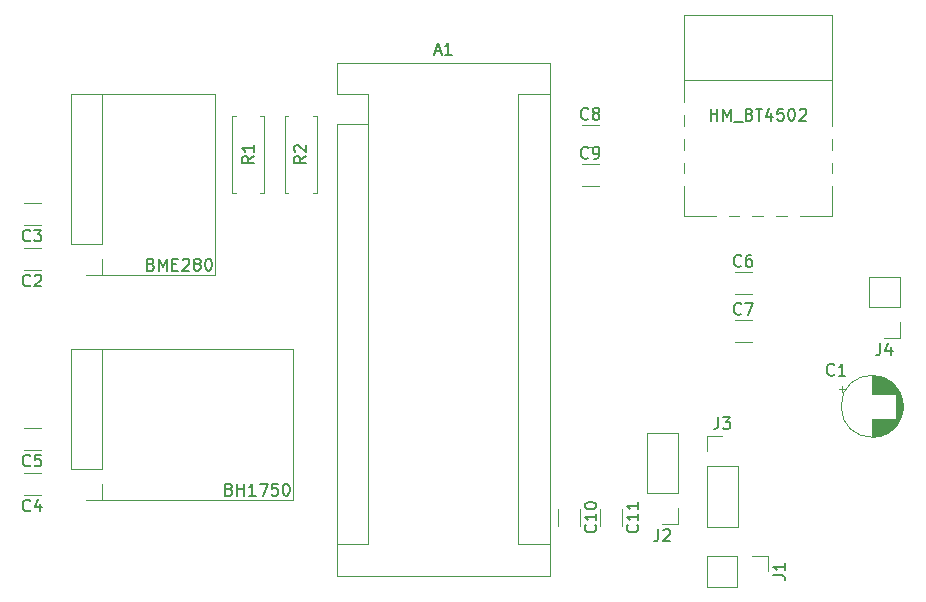
<source format=gto>
G04 #@! TF.GenerationSoftware,KiCad,Pcbnew,(5.1.10)-1*
G04 #@! TF.CreationDate,2021-11-19T16:29:16+01:00*
G04 #@! TF.ProjectId,WeatherStation,57656174-6865-4725-9374-6174696f6e2e,rev?*
G04 #@! TF.SameCoordinates,Original*
G04 #@! TF.FileFunction,Legend,Top*
G04 #@! TF.FilePolarity,Positive*
%FSLAX46Y46*%
G04 Gerber Fmt 4.6, Leading zero omitted, Abs format (unit mm)*
G04 Created by KiCad (PCBNEW (5.1.10)-1) date 2021-11-19 16:29:16*
%MOMM*%
%LPD*%
G01*
G04 APERTURE LIST*
%ADD10C,0.120000*%
%ADD11C,0.150000*%
%ADD12C,3.200000*%
%ADD13O,1.700000X1.700000*%
%ADD14R,1.700000X1.700000*%
%ADD15R,2.000000X1.000000*%
%ADD16R,1.000000X2.000000*%
%ADD17O,1.600000X1.600000*%
%ADD18C,1.600000*%
%ADD19R,1.600000X1.600000*%
G04 APERTURE END LIST*
D10*
X48574000Y-55820000D02*
X58144000Y-55820000D01*
X58144000Y-71180000D02*
X58144000Y-55825000D01*
X48574000Y-71180000D02*
X58144000Y-71180000D01*
X48574000Y-77410000D02*
X64794000Y-77410000D01*
X64794000Y-90200000D02*
X64794000Y-77410000D01*
X64794000Y-90230000D02*
X64794000Y-90200000D01*
X48574000Y-90230000D02*
X64794000Y-90230000D01*
X92604000Y-90982748D02*
X92604000Y-92405252D01*
X90784000Y-90982748D02*
X90784000Y-92405252D01*
X89204748Y-61828000D02*
X90627252Y-61828000D01*
X89204748Y-63648000D02*
X90627252Y-63648000D01*
X89048000Y-90982748D02*
X89048000Y-92405252D01*
X87228000Y-90982748D02*
X87228000Y-92405252D01*
X89204748Y-58526000D02*
X90627252Y-58526000D01*
X89204748Y-60346000D02*
X90627252Y-60346000D01*
X102158748Y-75036000D02*
X103581252Y-75036000D01*
X102158748Y-76856000D02*
X103581252Y-76856000D01*
X102158748Y-70972000D02*
X103581252Y-70972000D01*
X102158748Y-72792000D02*
X103581252Y-72792000D01*
X43383252Y-86000000D02*
X41960748Y-86000000D01*
X43383252Y-84180000D02*
X41960748Y-84180000D01*
X43383252Y-89810000D02*
X41960748Y-89810000D01*
X43383252Y-87990000D02*
X41960748Y-87990000D01*
X43383252Y-66950000D02*
X41960748Y-66950000D01*
X43383252Y-65130000D02*
X41960748Y-65130000D01*
X43383252Y-70760000D02*
X41960748Y-70760000D01*
X43383252Y-68940000D02*
X41960748Y-68940000D01*
X116138000Y-76514000D02*
X114808000Y-76514000D01*
X116138000Y-75184000D02*
X116138000Y-76514000D01*
X116138000Y-73914000D02*
X113478000Y-73914000D01*
X113478000Y-73914000D02*
X113478000Y-71314000D01*
X116138000Y-73914000D02*
X116138000Y-71314000D01*
X116138000Y-71314000D02*
X113478000Y-71314000D01*
X97342000Y-92262000D02*
X96012000Y-92262000D01*
X97342000Y-90932000D02*
X97342000Y-92262000D01*
X97342000Y-89662000D02*
X94682000Y-89662000D01*
X94682000Y-89662000D02*
X94682000Y-84522000D01*
X97342000Y-89662000D02*
X97342000Y-84522000D01*
X97342000Y-84522000D02*
X94682000Y-84522000D01*
X104962000Y-94936000D02*
X104962000Y-96266000D01*
X103632000Y-94936000D02*
X104962000Y-94936000D01*
X102362000Y-94936000D02*
X102362000Y-97596000D01*
X102362000Y-97596000D02*
X99762000Y-97596000D01*
X102362000Y-94936000D02*
X99762000Y-94936000D01*
X99762000Y-94936000D02*
X99762000Y-97596000D01*
X104140000Y-66158000D02*
X110390000Y-66158000D01*
X97890000Y-49158000D02*
X97890000Y-66158000D01*
X97890000Y-54658000D02*
X110390000Y-54658000D01*
X97890000Y-66158000D02*
X110390000Y-66158000D01*
X97890000Y-49158000D02*
X110390000Y-49158000D01*
X110390000Y-49158000D02*
X110390000Y-66158000D01*
X66445000Y-57690000D02*
X66775000Y-57690000D01*
X66775000Y-57690000D02*
X66775000Y-64230000D01*
X66775000Y-64230000D02*
X66445000Y-64230000D01*
X64365000Y-57690000D02*
X64035000Y-57690000D01*
X64035000Y-57690000D02*
X64035000Y-64230000D01*
X64035000Y-64230000D02*
X64365000Y-64230000D01*
X62000000Y-57690000D02*
X62330000Y-57690000D01*
X62330000Y-57690000D02*
X62330000Y-64230000D01*
X62330000Y-64230000D02*
X62000000Y-64230000D01*
X59920000Y-57690000D02*
X59590000Y-57690000D01*
X59590000Y-57690000D02*
X59590000Y-64230000D01*
X59590000Y-64230000D02*
X59920000Y-64230000D01*
X48574000Y-71180000D02*
X47244000Y-71180000D01*
X48574000Y-69850000D02*
X48574000Y-71180000D01*
X48574000Y-68580000D02*
X45914000Y-68580000D01*
X45914000Y-68580000D02*
X45914000Y-55820000D01*
X48574000Y-68580000D02*
X48574000Y-55820000D01*
X48574000Y-55820000D02*
X45914000Y-55820000D01*
X48574000Y-90230000D02*
X47244000Y-90230000D01*
X48574000Y-88900000D02*
X48574000Y-90230000D01*
X48574000Y-87630000D02*
X45914000Y-87630000D01*
X45914000Y-87630000D02*
X45914000Y-77410000D01*
X48574000Y-87630000D02*
X48574000Y-77410000D01*
X48574000Y-77410000D02*
X45914000Y-77410000D01*
X86490000Y-53210000D02*
X68450000Y-53210000D01*
X86490000Y-96650000D02*
X86490000Y-53210000D01*
X68450000Y-96650000D02*
X86490000Y-96650000D01*
X71120000Y-93980000D02*
X68450000Y-93980000D01*
X71120000Y-58420000D02*
X71120000Y-93980000D01*
X71120000Y-58420000D02*
X68450000Y-58420000D01*
X83820000Y-93980000D02*
X86490000Y-93980000D01*
X83820000Y-55880000D02*
X83820000Y-93980000D01*
X83820000Y-55880000D02*
X86490000Y-55880000D01*
X68450000Y-53210000D02*
X68450000Y-55880000D01*
X68450000Y-58420000D02*
X68450000Y-96650000D01*
X71120000Y-55880000D02*
X68450000Y-55880000D01*
X71120000Y-58420000D02*
X71120000Y-55880000D01*
X99762000Y-84776000D02*
X101092000Y-84776000D01*
X99762000Y-86106000D02*
X99762000Y-84776000D01*
X99762000Y-87376000D02*
X102422000Y-87376000D01*
X102422000Y-87376000D02*
X102422000Y-92516000D01*
X99762000Y-87376000D02*
X99762000Y-92516000D01*
X99762000Y-92516000D02*
X102422000Y-92516000D01*
X111221225Y-80571000D02*
X111221225Y-81071000D01*
X110971225Y-80821000D02*
X111471225Y-80821000D01*
X116377000Y-82012000D02*
X116377000Y-82580000D01*
X116337000Y-81778000D02*
X116337000Y-82814000D01*
X116297000Y-81619000D02*
X116297000Y-82973000D01*
X116257000Y-81491000D02*
X116257000Y-83101000D01*
X116217000Y-81381000D02*
X116217000Y-83211000D01*
X116177000Y-81285000D02*
X116177000Y-83307000D01*
X116137000Y-81198000D02*
X116137000Y-83394000D01*
X116097000Y-81118000D02*
X116097000Y-83474000D01*
X116057000Y-81045000D02*
X116057000Y-83547000D01*
X116017000Y-80977000D02*
X116017000Y-83615000D01*
X115977000Y-80913000D02*
X115977000Y-83679000D01*
X115937000Y-80853000D02*
X115937000Y-83739000D01*
X115897000Y-80796000D02*
X115897000Y-83796000D01*
X115857000Y-80742000D02*
X115857000Y-83850000D01*
X115817000Y-80691000D02*
X115817000Y-83901000D01*
X115777000Y-83336000D02*
X115777000Y-83949000D01*
X115777000Y-80643000D02*
X115777000Y-81256000D01*
X115737000Y-83336000D02*
X115737000Y-83995000D01*
X115737000Y-80597000D02*
X115737000Y-81256000D01*
X115697000Y-83336000D02*
X115697000Y-84039000D01*
X115697000Y-80553000D02*
X115697000Y-81256000D01*
X115657000Y-83336000D02*
X115657000Y-84081000D01*
X115657000Y-80511000D02*
X115657000Y-81256000D01*
X115617000Y-83336000D02*
X115617000Y-84122000D01*
X115617000Y-80470000D02*
X115617000Y-81256000D01*
X115577000Y-83336000D02*
X115577000Y-84160000D01*
X115577000Y-80432000D02*
X115577000Y-81256000D01*
X115537000Y-83336000D02*
X115537000Y-84197000D01*
X115537000Y-80395000D02*
X115537000Y-81256000D01*
X115497000Y-83336000D02*
X115497000Y-84233000D01*
X115497000Y-80359000D02*
X115497000Y-81256000D01*
X115457000Y-83336000D02*
X115457000Y-84267000D01*
X115457000Y-80325000D02*
X115457000Y-81256000D01*
X115417000Y-83336000D02*
X115417000Y-84300000D01*
X115417000Y-80292000D02*
X115417000Y-81256000D01*
X115377000Y-83336000D02*
X115377000Y-84331000D01*
X115377000Y-80261000D02*
X115377000Y-81256000D01*
X115337000Y-83336000D02*
X115337000Y-84361000D01*
X115337000Y-80231000D02*
X115337000Y-81256000D01*
X115297000Y-83336000D02*
X115297000Y-84391000D01*
X115297000Y-80201000D02*
X115297000Y-81256000D01*
X115257000Y-83336000D02*
X115257000Y-84418000D01*
X115257000Y-80174000D02*
X115257000Y-81256000D01*
X115217000Y-83336000D02*
X115217000Y-84445000D01*
X115217000Y-80147000D02*
X115217000Y-81256000D01*
X115177000Y-83336000D02*
X115177000Y-84471000D01*
X115177000Y-80121000D02*
X115177000Y-81256000D01*
X115137000Y-83336000D02*
X115137000Y-84496000D01*
X115137000Y-80096000D02*
X115137000Y-81256000D01*
X115097000Y-83336000D02*
X115097000Y-84520000D01*
X115097000Y-80072000D02*
X115097000Y-81256000D01*
X115057000Y-83336000D02*
X115057000Y-84543000D01*
X115057000Y-80049000D02*
X115057000Y-81256000D01*
X115017000Y-83336000D02*
X115017000Y-84564000D01*
X115017000Y-80028000D02*
X115017000Y-81256000D01*
X114977000Y-83336000D02*
X114977000Y-84586000D01*
X114977000Y-80006000D02*
X114977000Y-81256000D01*
X114937000Y-83336000D02*
X114937000Y-84606000D01*
X114937000Y-79986000D02*
X114937000Y-81256000D01*
X114897000Y-83336000D02*
X114897000Y-84625000D01*
X114897000Y-79967000D02*
X114897000Y-81256000D01*
X114857000Y-83336000D02*
X114857000Y-84644000D01*
X114857000Y-79948000D02*
X114857000Y-81256000D01*
X114817000Y-83336000D02*
X114817000Y-84661000D01*
X114817000Y-79931000D02*
X114817000Y-81256000D01*
X114777000Y-83336000D02*
X114777000Y-84678000D01*
X114777000Y-79914000D02*
X114777000Y-81256000D01*
X114737000Y-83336000D02*
X114737000Y-84694000D01*
X114737000Y-79898000D02*
X114737000Y-81256000D01*
X114697000Y-83336000D02*
X114697000Y-84710000D01*
X114697000Y-79882000D02*
X114697000Y-81256000D01*
X114657000Y-83336000D02*
X114657000Y-84724000D01*
X114657000Y-79868000D02*
X114657000Y-81256000D01*
X114617000Y-83336000D02*
X114617000Y-84738000D01*
X114617000Y-79854000D02*
X114617000Y-81256000D01*
X114577000Y-83336000D02*
X114577000Y-84751000D01*
X114577000Y-79841000D02*
X114577000Y-81256000D01*
X114537000Y-83336000D02*
X114537000Y-84764000D01*
X114537000Y-79828000D02*
X114537000Y-81256000D01*
X114497000Y-83336000D02*
X114497000Y-84776000D01*
X114497000Y-79816000D02*
X114497000Y-81256000D01*
X114456000Y-83336000D02*
X114456000Y-84787000D01*
X114456000Y-79805000D02*
X114456000Y-81256000D01*
X114416000Y-83336000D02*
X114416000Y-84797000D01*
X114416000Y-79795000D02*
X114416000Y-81256000D01*
X114376000Y-83336000D02*
X114376000Y-84807000D01*
X114376000Y-79785000D02*
X114376000Y-81256000D01*
X114336000Y-83336000D02*
X114336000Y-84816000D01*
X114336000Y-79776000D02*
X114336000Y-81256000D01*
X114296000Y-83336000D02*
X114296000Y-84824000D01*
X114296000Y-79768000D02*
X114296000Y-81256000D01*
X114256000Y-83336000D02*
X114256000Y-84832000D01*
X114256000Y-79760000D02*
X114256000Y-81256000D01*
X114216000Y-83336000D02*
X114216000Y-84839000D01*
X114216000Y-79753000D02*
X114216000Y-81256000D01*
X114176000Y-83336000D02*
X114176000Y-84846000D01*
X114176000Y-79746000D02*
X114176000Y-81256000D01*
X114136000Y-83336000D02*
X114136000Y-84852000D01*
X114136000Y-79740000D02*
X114136000Y-81256000D01*
X114096000Y-83336000D02*
X114096000Y-84857000D01*
X114096000Y-79735000D02*
X114096000Y-81256000D01*
X114056000Y-83336000D02*
X114056000Y-84861000D01*
X114056000Y-79731000D02*
X114056000Y-81256000D01*
X114016000Y-83336000D02*
X114016000Y-84865000D01*
X114016000Y-79727000D02*
X114016000Y-81256000D01*
X113976000Y-83336000D02*
X113976000Y-84869000D01*
X113976000Y-79723000D02*
X113976000Y-81256000D01*
X113936000Y-83336000D02*
X113936000Y-84872000D01*
X113936000Y-79720000D02*
X113936000Y-81256000D01*
X113896000Y-83336000D02*
X113896000Y-84874000D01*
X113896000Y-79718000D02*
X113896000Y-81256000D01*
X113856000Y-83336000D02*
X113856000Y-84875000D01*
X113856000Y-79717000D02*
X113856000Y-81256000D01*
X113816000Y-79716000D02*
X113816000Y-81256000D01*
X113816000Y-83336000D02*
X113816000Y-84876000D01*
X113776000Y-79716000D02*
X113776000Y-81256000D01*
X113776000Y-83336000D02*
X113776000Y-84876000D01*
X116396000Y-82296000D02*
G75*
G03*
X116396000Y-82296000I-2620000J0D01*
G01*
D11*
X93901142Y-92336857D02*
X93948761Y-92384476D01*
X93996380Y-92527333D01*
X93996380Y-92622571D01*
X93948761Y-92765428D01*
X93853523Y-92860666D01*
X93758285Y-92908285D01*
X93567809Y-92955904D01*
X93424952Y-92955904D01*
X93234476Y-92908285D01*
X93139238Y-92860666D01*
X93044000Y-92765428D01*
X92996380Y-92622571D01*
X92996380Y-92527333D01*
X93044000Y-92384476D01*
X93091619Y-92336857D01*
X93996380Y-91384476D02*
X93996380Y-91955904D01*
X93996380Y-91670190D02*
X92996380Y-91670190D01*
X93139238Y-91765428D01*
X93234476Y-91860666D01*
X93282095Y-91955904D01*
X93996380Y-90432095D02*
X93996380Y-91003523D01*
X93996380Y-90717809D02*
X92996380Y-90717809D01*
X93139238Y-90813047D01*
X93234476Y-90908285D01*
X93282095Y-91003523D01*
X89749333Y-61245142D02*
X89701714Y-61292761D01*
X89558857Y-61340380D01*
X89463619Y-61340380D01*
X89320761Y-61292761D01*
X89225523Y-61197523D01*
X89177904Y-61102285D01*
X89130285Y-60911809D01*
X89130285Y-60768952D01*
X89177904Y-60578476D01*
X89225523Y-60483238D01*
X89320761Y-60388000D01*
X89463619Y-60340380D01*
X89558857Y-60340380D01*
X89701714Y-60388000D01*
X89749333Y-60435619D01*
X90225523Y-61340380D02*
X90416000Y-61340380D01*
X90511238Y-61292761D01*
X90558857Y-61245142D01*
X90654095Y-61102285D01*
X90701714Y-60911809D01*
X90701714Y-60530857D01*
X90654095Y-60435619D01*
X90606476Y-60388000D01*
X90511238Y-60340380D01*
X90320761Y-60340380D01*
X90225523Y-60388000D01*
X90177904Y-60435619D01*
X90130285Y-60530857D01*
X90130285Y-60768952D01*
X90177904Y-60864190D01*
X90225523Y-60911809D01*
X90320761Y-60959428D01*
X90511238Y-60959428D01*
X90606476Y-60911809D01*
X90654095Y-60864190D01*
X90701714Y-60768952D01*
X90345142Y-92336857D02*
X90392761Y-92384476D01*
X90440380Y-92527333D01*
X90440380Y-92622571D01*
X90392761Y-92765428D01*
X90297523Y-92860666D01*
X90202285Y-92908285D01*
X90011809Y-92955904D01*
X89868952Y-92955904D01*
X89678476Y-92908285D01*
X89583238Y-92860666D01*
X89488000Y-92765428D01*
X89440380Y-92622571D01*
X89440380Y-92527333D01*
X89488000Y-92384476D01*
X89535619Y-92336857D01*
X90440380Y-91384476D02*
X90440380Y-91955904D01*
X90440380Y-91670190D02*
X89440380Y-91670190D01*
X89583238Y-91765428D01*
X89678476Y-91860666D01*
X89726095Y-91955904D01*
X89440380Y-90765428D02*
X89440380Y-90670190D01*
X89488000Y-90574952D01*
X89535619Y-90527333D01*
X89630857Y-90479714D01*
X89821333Y-90432095D01*
X90059428Y-90432095D01*
X90249904Y-90479714D01*
X90345142Y-90527333D01*
X90392761Y-90574952D01*
X90440380Y-90670190D01*
X90440380Y-90765428D01*
X90392761Y-90860666D01*
X90345142Y-90908285D01*
X90249904Y-90955904D01*
X90059428Y-91003523D01*
X89821333Y-91003523D01*
X89630857Y-90955904D01*
X89535619Y-90908285D01*
X89488000Y-90860666D01*
X89440380Y-90765428D01*
X89749333Y-57943142D02*
X89701714Y-57990761D01*
X89558857Y-58038380D01*
X89463619Y-58038380D01*
X89320761Y-57990761D01*
X89225523Y-57895523D01*
X89177904Y-57800285D01*
X89130285Y-57609809D01*
X89130285Y-57466952D01*
X89177904Y-57276476D01*
X89225523Y-57181238D01*
X89320761Y-57086000D01*
X89463619Y-57038380D01*
X89558857Y-57038380D01*
X89701714Y-57086000D01*
X89749333Y-57133619D01*
X90320761Y-57466952D02*
X90225523Y-57419333D01*
X90177904Y-57371714D01*
X90130285Y-57276476D01*
X90130285Y-57228857D01*
X90177904Y-57133619D01*
X90225523Y-57086000D01*
X90320761Y-57038380D01*
X90511238Y-57038380D01*
X90606476Y-57086000D01*
X90654095Y-57133619D01*
X90701714Y-57228857D01*
X90701714Y-57276476D01*
X90654095Y-57371714D01*
X90606476Y-57419333D01*
X90511238Y-57466952D01*
X90320761Y-57466952D01*
X90225523Y-57514571D01*
X90177904Y-57562190D01*
X90130285Y-57657428D01*
X90130285Y-57847904D01*
X90177904Y-57943142D01*
X90225523Y-57990761D01*
X90320761Y-58038380D01*
X90511238Y-58038380D01*
X90606476Y-57990761D01*
X90654095Y-57943142D01*
X90701714Y-57847904D01*
X90701714Y-57657428D01*
X90654095Y-57562190D01*
X90606476Y-57514571D01*
X90511238Y-57466952D01*
X102703333Y-74453142D02*
X102655714Y-74500761D01*
X102512857Y-74548380D01*
X102417619Y-74548380D01*
X102274761Y-74500761D01*
X102179523Y-74405523D01*
X102131904Y-74310285D01*
X102084285Y-74119809D01*
X102084285Y-73976952D01*
X102131904Y-73786476D01*
X102179523Y-73691238D01*
X102274761Y-73596000D01*
X102417619Y-73548380D01*
X102512857Y-73548380D01*
X102655714Y-73596000D01*
X102703333Y-73643619D01*
X103036666Y-73548380D02*
X103703333Y-73548380D01*
X103274761Y-74548380D01*
X102703333Y-70389142D02*
X102655714Y-70436761D01*
X102512857Y-70484380D01*
X102417619Y-70484380D01*
X102274761Y-70436761D01*
X102179523Y-70341523D01*
X102131904Y-70246285D01*
X102084285Y-70055809D01*
X102084285Y-69912952D01*
X102131904Y-69722476D01*
X102179523Y-69627238D01*
X102274761Y-69532000D01*
X102417619Y-69484380D01*
X102512857Y-69484380D01*
X102655714Y-69532000D01*
X102703333Y-69579619D01*
X103560476Y-69484380D02*
X103370000Y-69484380D01*
X103274761Y-69532000D01*
X103227142Y-69579619D01*
X103131904Y-69722476D01*
X103084285Y-69912952D01*
X103084285Y-70293904D01*
X103131904Y-70389142D01*
X103179523Y-70436761D01*
X103274761Y-70484380D01*
X103465238Y-70484380D01*
X103560476Y-70436761D01*
X103608095Y-70389142D01*
X103655714Y-70293904D01*
X103655714Y-70055809D01*
X103608095Y-69960571D01*
X103560476Y-69912952D01*
X103465238Y-69865333D01*
X103274761Y-69865333D01*
X103179523Y-69912952D01*
X103131904Y-69960571D01*
X103084285Y-70055809D01*
X42505333Y-87297142D02*
X42457714Y-87344761D01*
X42314857Y-87392380D01*
X42219619Y-87392380D01*
X42076761Y-87344761D01*
X41981523Y-87249523D01*
X41933904Y-87154285D01*
X41886285Y-86963809D01*
X41886285Y-86820952D01*
X41933904Y-86630476D01*
X41981523Y-86535238D01*
X42076761Y-86440000D01*
X42219619Y-86392380D01*
X42314857Y-86392380D01*
X42457714Y-86440000D01*
X42505333Y-86487619D01*
X43410095Y-86392380D02*
X42933904Y-86392380D01*
X42886285Y-86868571D01*
X42933904Y-86820952D01*
X43029142Y-86773333D01*
X43267238Y-86773333D01*
X43362476Y-86820952D01*
X43410095Y-86868571D01*
X43457714Y-86963809D01*
X43457714Y-87201904D01*
X43410095Y-87297142D01*
X43362476Y-87344761D01*
X43267238Y-87392380D01*
X43029142Y-87392380D01*
X42933904Y-87344761D01*
X42886285Y-87297142D01*
X42505333Y-91107142D02*
X42457714Y-91154761D01*
X42314857Y-91202380D01*
X42219619Y-91202380D01*
X42076761Y-91154761D01*
X41981523Y-91059523D01*
X41933904Y-90964285D01*
X41886285Y-90773809D01*
X41886285Y-90630952D01*
X41933904Y-90440476D01*
X41981523Y-90345238D01*
X42076761Y-90250000D01*
X42219619Y-90202380D01*
X42314857Y-90202380D01*
X42457714Y-90250000D01*
X42505333Y-90297619D01*
X43362476Y-90535714D02*
X43362476Y-91202380D01*
X43124380Y-90154761D02*
X42886285Y-90869047D01*
X43505333Y-90869047D01*
X42505333Y-68247142D02*
X42457714Y-68294761D01*
X42314857Y-68342380D01*
X42219619Y-68342380D01*
X42076761Y-68294761D01*
X41981523Y-68199523D01*
X41933904Y-68104285D01*
X41886285Y-67913809D01*
X41886285Y-67770952D01*
X41933904Y-67580476D01*
X41981523Y-67485238D01*
X42076761Y-67390000D01*
X42219619Y-67342380D01*
X42314857Y-67342380D01*
X42457714Y-67390000D01*
X42505333Y-67437619D01*
X42838666Y-67342380D02*
X43457714Y-67342380D01*
X43124380Y-67723333D01*
X43267238Y-67723333D01*
X43362476Y-67770952D01*
X43410095Y-67818571D01*
X43457714Y-67913809D01*
X43457714Y-68151904D01*
X43410095Y-68247142D01*
X43362476Y-68294761D01*
X43267238Y-68342380D01*
X42981523Y-68342380D01*
X42886285Y-68294761D01*
X42838666Y-68247142D01*
X42505333Y-72057142D02*
X42457714Y-72104761D01*
X42314857Y-72152380D01*
X42219619Y-72152380D01*
X42076761Y-72104761D01*
X41981523Y-72009523D01*
X41933904Y-71914285D01*
X41886285Y-71723809D01*
X41886285Y-71580952D01*
X41933904Y-71390476D01*
X41981523Y-71295238D01*
X42076761Y-71200000D01*
X42219619Y-71152380D01*
X42314857Y-71152380D01*
X42457714Y-71200000D01*
X42505333Y-71247619D01*
X42886285Y-71247619D02*
X42933904Y-71200000D01*
X43029142Y-71152380D01*
X43267238Y-71152380D01*
X43362476Y-71200000D01*
X43410095Y-71247619D01*
X43457714Y-71342857D01*
X43457714Y-71438095D01*
X43410095Y-71580952D01*
X42838666Y-72152380D01*
X43457714Y-72152380D01*
X114474666Y-76966380D02*
X114474666Y-77680666D01*
X114427047Y-77823523D01*
X114331809Y-77918761D01*
X114188952Y-77966380D01*
X114093714Y-77966380D01*
X115379428Y-77299714D02*
X115379428Y-77966380D01*
X115141333Y-76918761D02*
X114903238Y-77633047D01*
X115522285Y-77633047D01*
X95678666Y-92714380D02*
X95678666Y-93428666D01*
X95631047Y-93571523D01*
X95535809Y-93666761D01*
X95392952Y-93714380D01*
X95297714Y-93714380D01*
X96107238Y-92809619D02*
X96154857Y-92762000D01*
X96250095Y-92714380D01*
X96488190Y-92714380D01*
X96583428Y-92762000D01*
X96631047Y-92809619D01*
X96678666Y-92904857D01*
X96678666Y-93000095D01*
X96631047Y-93142952D01*
X96059619Y-93714380D01*
X96678666Y-93714380D01*
X105414380Y-96599333D02*
X106128666Y-96599333D01*
X106271523Y-96646952D01*
X106366761Y-96742190D01*
X106414380Y-96885047D01*
X106414380Y-96980285D01*
X106414380Y-95599333D02*
X106414380Y-96170761D01*
X106414380Y-95885047D02*
X105414380Y-95885047D01*
X105557238Y-95980285D01*
X105652476Y-96075523D01*
X105700095Y-96170761D01*
X100116190Y-58110380D02*
X100116190Y-57110380D01*
X100116190Y-57586571D02*
X100687619Y-57586571D01*
X100687619Y-58110380D02*
X100687619Y-57110380D01*
X101163809Y-58110380D02*
X101163809Y-57110380D01*
X101497142Y-57824666D01*
X101830476Y-57110380D01*
X101830476Y-58110380D01*
X102068571Y-58205619D02*
X102830476Y-58205619D01*
X103401904Y-57586571D02*
X103544761Y-57634190D01*
X103592380Y-57681809D01*
X103640000Y-57777047D01*
X103640000Y-57919904D01*
X103592380Y-58015142D01*
X103544761Y-58062761D01*
X103449523Y-58110380D01*
X103068571Y-58110380D01*
X103068571Y-57110380D01*
X103401904Y-57110380D01*
X103497142Y-57158000D01*
X103544761Y-57205619D01*
X103592380Y-57300857D01*
X103592380Y-57396095D01*
X103544761Y-57491333D01*
X103497142Y-57538952D01*
X103401904Y-57586571D01*
X103068571Y-57586571D01*
X103925714Y-57110380D02*
X104497142Y-57110380D01*
X104211428Y-58110380D02*
X104211428Y-57110380D01*
X105259047Y-57443714D02*
X105259047Y-58110380D01*
X105020952Y-57062761D02*
X104782857Y-57777047D01*
X105401904Y-57777047D01*
X106259047Y-57110380D02*
X105782857Y-57110380D01*
X105735238Y-57586571D01*
X105782857Y-57538952D01*
X105878095Y-57491333D01*
X106116190Y-57491333D01*
X106211428Y-57538952D01*
X106259047Y-57586571D01*
X106306666Y-57681809D01*
X106306666Y-57919904D01*
X106259047Y-58015142D01*
X106211428Y-58062761D01*
X106116190Y-58110380D01*
X105878095Y-58110380D01*
X105782857Y-58062761D01*
X105735238Y-58015142D01*
X106925714Y-57110380D02*
X107020952Y-57110380D01*
X107116190Y-57158000D01*
X107163809Y-57205619D01*
X107211428Y-57300857D01*
X107259047Y-57491333D01*
X107259047Y-57729428D01*
X107211428Y-57919904D01*
X107163809Y-58015142D01*
X107116190Y-58062761D01*
X107020952Y-58110380D01*
X106925714Y-58110380D01*
X106830476Y-58062761D01*
X106782857Y-58015142D01*
X106735238Y-57919904D01*
X106687619Y-57729428D01*
X106687619Y-57491333D01*
X106735238Y-57300857D01*
X106782857Y-57205619D01*
X106830476Y-57158000D01*
X106925714Y-57110380D01*
X107640000Y-57205619D02*
X107687619Y-57158000D01*
X107782857Y-57110380D01*
X108020952Y-57110380D01*
X108116190Y-57158000D01*
X108163809Y-57205619D01*
X108211428Y-57300857D01*
X108211428Y-57396095D01*
X108163809Y-57538952D01*
X107592380Y-58110380D01*
X108211428Y-58110380D01*
X65857380Y-61126666D02*
X65381190Y-61460000D01*
X65857380Y-61698095D02*
X64857380Y-61698095D01*
X64857380Y-61317142D01*
X64905000Y-61221904D01*
X64952619Y-61174285D01*
X65047857Y-61126666D01*
X65190714Y-61126666D01*
X65285952Y-61174285D01*
X65333571Y-61221904D01*
X65381190Y-61317142D01*
X65381190Y-61698095D01*
X64952619Y-60745714D02*
X64905000Y-60698095D01*
X64857380Y-60602857D01*
X64857380Y-60364761D01*
X64905000Y-60269523D01*
X64952619Y-60221904D01*
X65047857Y-60174285D01*
X65143095Y-60174285D01*
X65285952Y-60221904D01*
X65857380Y-60793333D01*
X65857380Y-60174285D01*
X61412380Y-61126666D02*
X60936190Y-61460000D01*
X61412380Y-61698095D02*
X60412380Y-61698095D01*
X60412380Y-61317142D01*
X60460000Y-61221904D01*
X60507619Y-61174285D01*
X60602857Y-61126666D01*
X60745714Y-61126666D01*
X60840952Y-61174285D01*
X60888571Y-61221904D01*
X60936190Y-61317142D01*
X60936190Y-61698095D01*
X61412380Y-60174285D02*
X61412380Y-60745714D01*
X61412380Y-60460000D02*
X60412380Y-60460000D01*
X60555238Y-60555238D01*
X60650476Y-60650476D01*
X60698095Y-60745714D01*
X52737047Y-70286571D02*
X52879904Y-70334190D01*
X52927523Y-70381809D01*
X52975142Y-70477047D01*
X52975142Y-70619904D01*
X52927523Y-70715142D01*
X52879904Y-70762761D01*
X52784666Y-70810380D01*
X52403714Y-70810380D01*
X52403714Y-69810380D01*
X52737047Y-69810380D01*
X52832285Y-69858000D01*
X52879904Y-69905619D01*
X52927523Y-70000857D01*
X52927523Y-70096095D01*
X52879904Y-70191333D01*
X52832285Y-70238952D01*
X52737047Y-70286571D01*
X52403714Y-70286571D01*
X53403714Y-70810380D02*
X53403714Y-69810380D01*
X53737047Y-70524666D01*
X54070380Y-69810380D01*
X54070380Y-70810380D01*
X54546571Y-70286571D02*
X54879904Y-70286571D01*
X55022761Y-70810380D02*
X54546571Y-70810380D01*
X54546571Y-69810380D01*
X55022761Y-69810380D01*
X55403714Y-69905619D02*
X55451333Y-69858000D01*
X55546571Y-69810380D01*
X55784666Y-69810380D01*
X55879904Y-69858000D01*
X55927523Y-69905619D01*
X55975142Y-70000857D01*
X55975142Y-70096095D01*
X55927523Y-70238952D01*
X55356095Y-70810380D01*
X55975142Y-70810380D01*
X56546571Y-70238952D02*
X56451333Y-70191333D01*
X56403714Y-70143714D01*
X56356095Y-70048476D01*
X56356095Y-70000857D01*
X56403714Y-69905619D01*
X56451333Y-69858000D01*
X56546571Y-69810380D01*
X56737047Y-69810380D01*
X56832285Y-69858000D01*
X56879904Y-69905619D01*
X56927523Y-70000857D01*
X56927523Y-70048476D01*
X56879904Y-70143714D01*
X56832285Y-70191333D01*
X56737047Y-70238952D01*
X56546571Y-70238952D01*
X56451333Y-70286571D01*
X56403714Y-70334190D01*
X56356095Y-70429428D01*
X56356095Y-70619904D01*
X56403714Y-70715142D01*
X56451333Y-70762761D01*
X56546571Y-70810380D01*
X56737047Y-70810380D01*
X56832285Y-70762761D01*
X56879904Y-70715142D01*
X56927523Y-70619904D01*
X56927523Y-70429428D01*
X56879904Y-70334190D01*
X56832285Y-70286571D01*
X56737047Y-70238952D01*
X57546571Y-69810380D02*
X57641809Y-69810380D01*
X57737047Y-69858000D01*
X57784666Y-69905619D01*
X57832285Y-70000857D01*
X57879904Y-70191333D01*
X57879904Y-70429428D01*
X57832285Y-70619904D01*
X57784666Y-70715142D01*
X57737047Y-70762761D01*
X57641809Y-70810380D01*
X57546571Y-70810380D01*
X57451333Y-70762761D01*
X57403714Y-70715142D01*
X57356095Y-70619904D01*
X57308476Y-70429428D01*
X57308476Y-70191333D01*
X57356095Y-70000857D01*
X57403714Y-69905619D01*
X57451333Y-69858000D01*
X57546571Y-69810380D01*
X59364857Y-89336571D02*
X59507714Y-89384190D01*
X59555333Y-89431809D01*
X59602952Y-89527047D01*
X59602952Y-89669904D01*
X59555333Y-89765142D01*
X59507714Y-89812761D01*
X59412476Y-89860380D01*
X59031523Y-89860380D01*
X59031523Y-88860380D01*
X59364857Y-88860380D01*
X59460095Y-88908000D01*
X59507714Y-88955619D01*
X59555333Y-89050857D01*
X59555333Y-89146095D01*
X59507714Y-89241333D01*
X59460095Y-89288952D01*
X59364857Y-89336571D01*
X59031523Y-89336571D01*
X60031523Y-89860380D02*
X60031523Y-88860380D01*
X60031523Y-89336571D02*
X60602952Y-89336571D01*
X60602952Y-89860380D02*
X60602952Y-88860380D01*
X61602952Y-89860380D02*
X61031523Y-89860380D01*
X61317238Y-89860380D02*
X61317238Y-88860380D01*
X61222000Y-89003238D01*
X61126761Y-89098476D01*
X61031523Y-89146095D01*
X61936285Y-88860380D02*
X62602952Y-88860380D01*
X62174380Y-89860380D01*
X63460095Y-88860380D02*
X62983904Y-88860380D01*
X62936285Y-89336571D01*
X62983904Y-89288952D01*
X63079142Y-89241333D01*
X63317238Y-89241333D01*
X63412476Y-89288952D01*
X63460095Y-89336571D01*
X63507714Y-89431809D01*
X63507714Y-89669904D01*
X63460095Y-89765142D01*
X63412476Y-89812761D01*
X63317238Y-89860380D01*
X63079142Y-89860380D01*
X62983904Y-89812761D01*
X62936285Y-89765142D01*
X64126761Y-88860380D02*
X64222000Y-88860380D01*
X64317238Y-88908000D01*
X64364857Y-88955619D01*
X64412476Y-89050857D01*
X64460095Y-89241333D01*
X64460095Y-89479428D01*
X64412476Y-89669904D01*
X64364857Y-89765142D01*
X64317238Y-89812761D01*
X64222000Y-89860380D01*
X64126761Y-89860380D01*
X64031523Y-89812761D01*
X63983904Y-89765142D01*
X63936285Y-89669904D01*
X63888666Y-89479428D01*
X63888666Y-89241333D01*
X63936285Y-89050857D01*
X63983904Y-88955619D01*
X64031523Y-88908000D01*
X64126761Y-88860380D01*
X76755714Y-52236666D02*
X77231904Y-52236666D01*
X76660476Y-52522380D02*
X76993809Y-51522380D01*
X77327142Y-52522380D01*
X78184285Y-52522380D02*
X77612857Y-52522380D01*
X77898571Y-52522380D02*
X77898571Y-51522380D01*
X77803333Y-51665238D01*
X77708095Y-51760476D01*
X77612857Y-51808095D01*
X100758666Y-83228380D02*
X100758666Y-83942666D01*
X100711047Y-84085523D01*
X100615809Y-84180761D01*
X100472952Y-84228380D01*
X100377714Y-84228380D01*
X101139619Y-83228380D02*
X101758666Y-83228380D01*
X101425333Y-83609333D01*
X101568190Y-83609333D01*
X101663428Y-83656952D01*
X101711047Y-83704571D01*
X101758666Y-83799809D01*
X101758666Y-84037904D01*
X101711047Y-84133142D01*
X101663428Y-84180761D01*
X101568190Y-84228380D01*
X101282476Y-84228380D01*
X101187238Y-84180761D01*
X101139619Y-84133142D01*
X110577333Y-79605142D02*
X110529714Y-79652761D01*
X110386857Y-79700380D01*
X110291619Y-79700380D01*
X110148761Y-79652761D01*
X110053523Y-79557523D01*
X110005904Y-79462285D01*
X109958285Y-79271809D01*
X109958285Y-79128952D01*
X110005904Y-78938476D01*
X110053523Y-78843238D01*
X110148761Y-78748000D01*
X110291619Y-78700380D01*
X110386857Y-78700380D01*
X110529714Y-78748000D01*
X110577333Y-78795619D01*
X111529714Y-79700380D02*
X110958285Y-79700380D01*
X111244000Y-79700380D02*
X111244000Y-78700380D01*
X111148761Y-78843238D01*
X111053523Y-78938476D01*
X110958285Y-78986095D01*
%LPC*%
D12*
X114808000Y-98298000D03*
X42418000Y-51816000D03*
X115062000Y-51816000D03*
X42418000Y-98298000D03*
G36*
G01*
X91043999Y-92594000D02*
X92344001Y-92594000D01*
G75*
G02*
X92594000Y-92843999I0J-249999D01*
G01*
X92594000Y-93669001D01*
G75*
G02*
X92344001Y-93919000I-249999J0D01*
G01*
X91043999Y-93919000D01*
G75*
G02*
X90794000Y-93669001I0J249999D01*
G01*
X90794000Y-92843999D01*
G75*
G02*
X91043999Y-92594000I249999J0D01*
G01*
G37*
G36*
G01*
X91043999Y-89469000D02*
X92344001Y-89469000D01*
G75*
G02*
X92594000Y-89718999I0J-249999D01*
G01*
X92594000Y-90544001D01*
G75*
G02*
X92344001Y-90794000I-249999J0D01*
G01*
X91043999Y-90794000D01*
G75*
G02*
X90794000Y-90544001I0J249999D01*
G01*
X90794000Y-89718999D01*
G75*
G02*
X91043999Y-89469000I249999J0D01*
G01*
G37*
G36*
G01*
X90816000Y-63388001D02*
X90816000Y-62087999D01*
G75*
G02*
X91065999Y-61838000I249999J0D01*
G01*
X91891001Y-61838000D01*
G75*
G02*
X92141000Y-62087999I0J-249999D01*
G01*
X92141000Y-63388001D01*
G75*
G02*
X91891001Y-63638000I-249999J0D01*
G01*
X91065999Y-63638000D01*
G75*
G02*
X90816000Y-63388001I0J249999D01*
G01*
G37*
G36*
G01*
X87691000Y-63388001D02*
X87691000Y-62087999D01*
G75*
G02*
X87940999Y-61838000I249999J0D01*
G01*
X88766001Y-61838000D01*
G75*
G02*
X89016000Y-62087999I0J-249999D01*
G01*
X89016000Y-63388001D01*
G75*
G02*
X88766001Y-63638000I-249999J0D01*
G01*
X87940999Y-63638000D01*
G75*
G02*
X87691000Y-63388001I0J249999D01*
G01*
G37*
G36*
G01*
X87487999Y-92594000D02*
X88788001Y-92594000D01*
G75*
G02*
X89038000Y-92843999I0J-249999D01*
G01*
X89038000Y-93669001D01*
G75*
G02*
X88788001Y-93919000I-249999J0D01*
G01*
X87487999Y-93919000D01*
G75*
G02*
X87238000Y-93669001I0J249999D01*
G01*
X87238000Y-92843999D01*
G75*
G02*
X87487999Y-92594000I249999J0D01*
G01*
G37*
G36*
G01*
X87487999Y-89469000D02*
X88788001Y-89469000D01*
G75*
G02*
X89038000Y-89718999I0J-249999D01*
G01*
X89038000Y-90544001D01*
G75*
G02*
X88788001Y-90794000I-249999J0D01*
G01*
X87487999Y-90794000D01*
G75*
G02*
X87238000Y-90544001I0J249999D01*
G01*
X87238000Y-89718999D01*
G75*
G02*
X87487999Y-89469000I249999J0D01*
G01*
G37*
G36*
G01*
X90816000Y-60086001D02*
X90816000Y-58785999D01*
G75*
G02*
X91065999Y-58536000I249999J0D01*
G01*
X91891001Y-58536000D01*
G75*
G02*
X92141000Y-58785999I0J-249999D01*
G01*
X92141000Y-60086001D01*
G75*
G02*
X91891001Y-60336000I-249999J0D01*
G01*
X91065999Y-60336000D01*
G75*
G02*
X90816000Y-60086001I0J249999D01*
G01*
G37*
G36*
G01*
X87691000Y-60086001D02*
X87691000Y-58785999D01*
G75*
G02*
X87940999Y-58536000I249999J0D01*
G01*
X88766001Y-58536000D01*
G75*
G02*
X89016000Y-58785999I0J-249999D01*
G01*
X89016000Y-60086001D01*
G75*
G02*
X88766001Y-60336000I-249999J0D01*
G01*
X87940999Y-60336000D01*
G75*
G02*
X87691000Y-60086001I0J249999D01*
G01*
G37*
G36*
G01*
X103770000Y-76596001D02*
X103770000Y-75295999D01*
G75*
G02*
X104019999Y-75046000I249999J0D01*
G01*
X104845001Y-75046000D01*
G75*
G02*
X105095000Y-75295999I0J-249999D01*
G01*
X105095000Y-76596001D01*
G75*
G02*
X104845001Y-76846000I-249999J0D01*
G01*
X104019999Y-76846000D01*
G75*
G02*
X103770000Y-76596001I0J249999D01*
G01*
G37*
G36*
G01*
X100645000Y-76596001D02*
X100645000Y-75295999D01*
G75*
G02*
X100894999Y-75046000I249999J0D01*
G01*
X101720001Y-75046000D01*
G75*
G02*
X101970000Y-75295999I0J-249999D01*
G01*
X101970000Y-76596001D01*
G75*
G02*
X101720001Y-76846000I-249999J0D01*
G01*
X100894999Y-76846000D01*
G75*
G02*
X100645000Y-76596001I0J249999D01*
G01*
G37*
G36*
G01*
X103770000Y-72532001D02*
X103770000Y-71231999D01*
G75*
G02*
X104019999Y-70982000I249999J0D01*
G01*
X104845001Y-70982000D01*
G75*
G02*
X105095000Y-71231999I0J-249999D01*
G01*
X105095000Y-72532001D01*
G75*
G02*
X104845001Y-72782000I-249999J0D01*
G01*
X104019999Y-72782000D01*
G75*
G02*
X103770000Y-72532001I0J249999D01*
G01*
G37*
G36*
G01*
X100645000Y-72532001D02*
X100645000Y-71231999D01*
G75*
G02*
X100894999Y-70982000I249999J0D01*
G01*
X101720001Y-70982000D01*
G75*
G02*
X101970000Y-71231999I0J-249999D01*
G01*
X101970000Y-72532001D01*
G75*
G02*
X101720001Y-72782000I-249999J0D01*
G01*
X100894999Y-72782000D01*
G75*
G02*
X100645000Y-72532001I0J249999D01*
G01*
G37*
G36*
G01*
X41772000Y-84439999D02*
X41772000Y-85740001D01*
G75*
G02*
X41522001Y-85990000I-249999J0D01*
G01*
X40696999Y-85990000D01*
G75*
G02*
X40447000Y-85740001I0J249999D01*
G01*
X40447000Y-84439999D01*
G75*
G02*
X40696999Y-84190000I249999J0D01*
G01*
X41522001Y-84190000D01*
G75*
G02*
X41772000Y-84439999I0J-249999D01*
G01*
G37*
G36*
G01*
X44897000Y-84439999D02*
X44897000Y-85740001D01*
G75*
G02*
X44647001Y-85990000I-249999J0D01*
G01*
X43821999Y-85990000D01*
G75*
G02*
X43572000Y-85740001I0J249999D01*
G01*
X43572000Y-84439999D01*
G75*
G02*
X43821999Y-84190000I249999J0D01*
G01*
X44647001Y-84190000D01*
G75*
G02*
X44897000Y-84439999I0J-249999D01*
G01*
G37*
G36*
G01*
X41772000Y-88249999D02*
X41772000Y-89550001D01*
G75*
G02*
X41522001Y-89800000I-249999J0D01*
G01*
X40696999Y-89800000D01*
G75*
G02*
X40447000Y-89550001I0J249999D01*
G01*
X40447000Y-88249999D01*
G75*
G02*
X40696999Y-88000000I249999J0D01*
G01*
X41522001Y-88000000D01*
G75*
G02*
X41772000Y-88249999I0J-249999D01*
G01*
G37*
G36*
G01*
X44897000Y-88249999D02*
X44897000Y-89550001D01*
G75*
G02*
X44647001Y-89800000I-249999J0D01*
G01*
X43821999Y-89800000D01*
G75*
G02*
X43572000Y-89550001I0J249999D01*
G01*
X43572000Y-88249999D01*
G75*
G02*
X43821999Y-88000000I249999J0D01*
G01*
X44647001Y-88000000D01*
G75*
G02*
X44897000Y-88249999I0J-249999D01*
G01*
G37*
G36*
G01*
X41772000Y-65389999D02*
X41772000Y-66690001D01*
G75*
G02*
X41522001Y-66940000I-249999J0D01*
G01*
X40696999Y-66940000D01*
G75*
G02*
X40447000Y-66690001I0J249999D01*
G01*
X40447000Y-65389999D01*
G75*
G02*
X40696999Y-65140000I249999J0D01*
G01*
X41522001Y-65140000D01*
G75*
G02*
X41772000Y-65389999I0J-249999D01*
G01*
G37*
G36*
G01*
X44897000Y-65389999D02*
X44897000Y-66690001D01*
G75*
G02*
X44647001Y-66940000I-249999J0D01*
G01*
X43821999Y-66940000D01*
G75*
G02*
X43572000Y-66690001I0J249999D01*
G01*
X43572000Y-65389999D01*
G75*
G02*
X43821999Y-65140000I249999J0D01*
G01*
X44647001Y-65140000D01*
G75*
G02*
X44897000Y-65389999I0J-249999D01*
G01*
G37*
G36*
G01*
X41772000Y-69199999D02*
X41772000Y-70500001D01*
G75*
G02*
X41522001Y-70750000I-249999J0D01*
G01*
X40696999Y-70750000D01*
G75*
G02*
X40447000Y-70500001I0J249999D01*
G01*
X40447000Y-69199999D01*
G75*
G02*
X40696999Y-68950000I249999J0D01*
G01*
X41522001Y-68950000D01*
G75*
G02*
X41772000Y-69199999I0J-249999D01*
G01*
G37*
G36*
G01*
X44897000Y-69199999D02*
X44897000Y-70500001D01*
G75*
G02*
X44647001Y-70750000I-249999J0D01*
G01*
X43821999Y-70750000D01*
G75*
G02*
X43572000Y-70500001I0J249999D01*
G01*
X43572000Y-69199999D01*
G75*
G02*
X43821999Y-68950000I249999J0D01*
G01*
X44647001Y-68950000D01*
G75*
G02*
X44897000Y-69199999I0J-249999D01*
G01*
G37*
D13*
X114808000Y-72644000D03*
D14*
X114808000Y-75184000D03*
D13*
X96012000Y-85852000D03*
X96012000Y-88392000D03*
D14*
X96012000Y-90932000D03*
D13*
X101092000Y-96266000D03*
D14*
X103632000Y-96266000D03*
D15*
X110390000Y-63158000D03*
X110390000Y-61158000D03*
X110390000Y-59158000D03*
D16*
X107140000Y-66158000D03*
X105140000Y-66158000D03*
X103140000Y-66158000D03*
X101140000Y-66158000D03*
D15*
X97890000Y-57158000D03*
X97890000Y-63158000D03*
X97890000Y-61158000D03*
X97890000Y-59158000D03*
D17*
X65405000Y-64770000D03*
D18*
X65405000Y-57150000D03*
D17*
X60960000Y-64770000D03*
D18*
X60960000Y-57150000D03*
D13*
X47244000Y-57150000D03*
X47244000Y-59690000D03*
X47244000Y-62230000D03*
X47244000Y-64770000D03*
X47244000Y-67310000D03*
D14*
X47244000Y-69850000D03*
D13*
X47244000Y-78740000D03*
X47244000Y-81280000D03*
X47244000Y-83820000D03*
X47244000Y-86360000D03*
D14*
X47244000Y-88900000D03*
D17*
X85090000Y-92710000D03*
X69850000Y-92710000D03*
X85090000Y-57150000D03*
X69850000Y-90170000D03*
X85090000Y-59690000D03*
X69850000Y-87630000D03*
X85090000Y-62230000D03*
X69850000Y-85090000D03*
X85090000Y-64770000D03*
X69850000Y-82550000D03*
X85090000Y-67310000D03*
X69850000Y-80010000D03*
X85090000Y-69850000D03*
X69850000Y-77470000D03*
X85090000Y-72390000D03*
X69850000Y-74930000D03*
X85090000Y-74930000D03*
X69850000Y-72390000D03*
X85090000Y-77470000D03*
X69850000Y-69850000D03*
X85090000Y-80010000D03*
X69850000Y-67310000D03*
X85090000Y-82550000D03*
X69850000Y-64770000D03*
X85090000Y-85090000D03*
X69850000Y-62230000D03*
X85090000Y-87630000D03*
X69850000Y-59690000D03*
X85090000Y-90170000D03*
D19*
X69850000Y-57150000D03*
D13*
X101092000Y-91186000D03*
X101092000Y-88646000D03*
D14*
X101092000Y-86106000D03*
D18*
X114776000Y-82296000D03*
D19*
X112776000Y-82296000D03*
M02*

</source>
